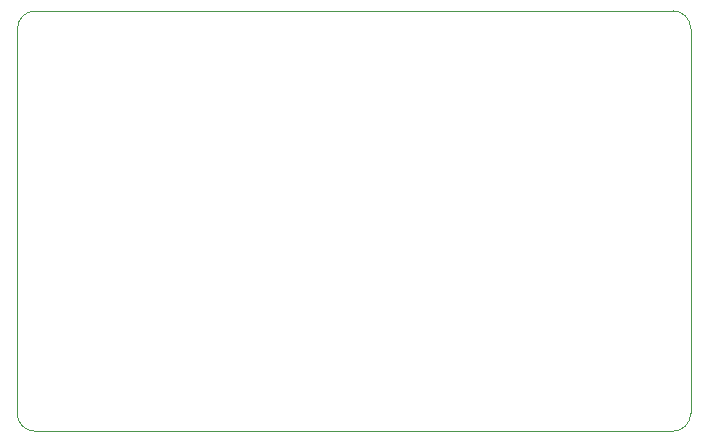
<source format=gbr>
%TF.GenerationSoftware,KiCad,Pcbnew,8.0.2*%
%TF.CreationDate,2024-06-27T01:43:15-06:00*%
%TF.ProjectId,2024_NE555_ChargePump_Expansion,32303234-5f4e-4453-9535-355f43686172,rev?*%
%TF.SameCoordinates,Original*%
%TF.FileFunction,Profile,NP*%
%FSLAX46Y46*%
G04 Gerber Fmt 4.6, Leading zero omitted, Abs format (unit mm)*
G04 Created by KiCad (PCBNEW 8.0.2) date 2024-06-27 01:43:15*
%MOMM*%
%LPD*%
G01*
G04 APERTURE LIST*
%TA.AperFunction,Profile*%
%ADD10C,0.050000*%
%TD*%
G04 APERTURE END LIST*
D10*
X124662985Y-91287600D02*
X124688600Y-58699400D01*
X180187600Y-92786200D02*
X126187200Y-92786200D01*
X181686200Y-58699400D02*
X181686200Y-91287600D01*
X126187200Y-57200800D02*
X180187600Y-57200800D01*
X126187200Y-92786200D02*
G75*
G02*
X124662985Y-91287600I-25400J1498600D01*
G01*
X181686200Y-91287600D02*
G75*
G02*
X180187600Y-92786200I-1498600J0D01*
G01*
X180187600Y-57200800D02*
G75*
G02*
X181686200Y-58699400I0J-1498600D01*
G01*
X124688600Y-58699400D02*
G75*
G02*
X126187200Y-57200800I1498600J0D01*
G01*
M02*

</source>
